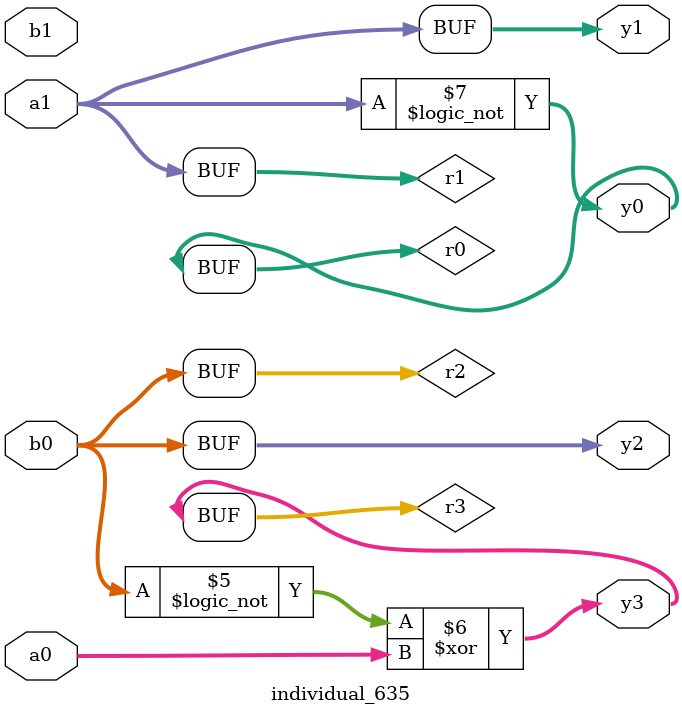
<source format=sv>
module individual_635(input logic [15:0] a1, input logic [15:0] a0, input logic [15:0] b1, input logic [15:0] b0, output logic [15:0] y3, output logic [15:0] y2, output logic [15:0] y1, output logic [15:0] y0);
logic [15:0] r0, r1, r2, r3; 
 always@(*) begin 
	 r0 = a0; r1 = a1; r2 = b0; r3 = b1; 
 	 r0  ^=  r3 ;
 	 r0  &=  a1 ;
 	 r0 = ! a1 ;
 	 r3 = ! b0 ;
 	 r3  ^=  a0 ;
 	 r0 = ! a1 ;
 	 y3 = r3; y2 = r2; y1 = r1; y0 = r0; 
end
endmodule
</source>
